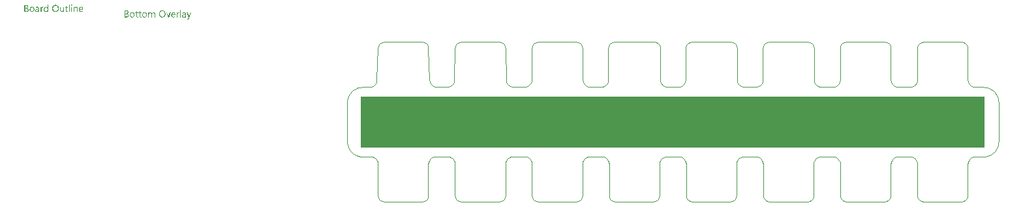
<source format=gbo>
G04*
G04 #@! TF.GenerationSoftware,Altium Limited,Altium Designer,21.9.2 (33)*
G04*
G04 Layer_Color=32896*
%FSLAX42Y42*%
%MOMM*%
G71*
G04*
G04 #@! TF.SameCoordinates,3B3C94B3-70F9-448F-95CB-C861D5BFCF53*
G04*
G04*
G04 #@! TF.FilePolarity,Positive*
G04*
G01*
G75*
%ADD13C,0.10*%
%ADD22R,80.99X6.70*%
G36*
X1100Y4019D02*
X1101Y4019D01*
X1102Y4019D01*
X1103Y4018D01*
X1104Y4018D01*
X1104Y4018D01*
X1104Y4017D01*
X1105Y4017D01*
X1105Y4015D01*
X1105Y4014D01*
X1106Y4013D01*
X1106Y4013D01*
X1106Y4013D01*
X1105Y4012D01*
X1105Y4011D01*
X1105Y4010D01*
X1104Y4009D01*
X1104Y4008D01*
X1103Y4008D01*
X1103Y4008D01*
X1102Y4007D01*
X1101Y4007D01*
X1100Y4007D01*
X1099Y4006D01*
X1098Y4006D01*
X1098Y4007D01*
X1097Y4007D01*
X1096Y4007D01*
X1095Y4008D01*
X1094Y4008D01*
X1094Y4008D01*
X1094Y4008D01*
X1094Y4009D01*
X1093Y4009D01*
X1093Y4011D01*
X1093Y4012D01*
X1092Y4013D01*
X1092Y4013D01*
X1092Y4014D01*
X1093Y4014D01*
X1093Y4015D01*
X1093Y4016D01*
X1094Y4017D01*
X1094Y4018D01*
X1094Y4018D01*
X1095Y4018D01*
X1096Y4019D01*
X1097Y4019D01*
X1098Y4020D01*
X1099Y4020D01*
X1100Y4019D01*
X1100Y4019D02*
G37*
G36*
X795Y3926D02*
X785Y3926D01*
X785Y3937D01*
X785Y3937D01*
X785Y3937D01*
X785Y3937D01*
X784Y3936D01*
X784Y3935D01*
X783Y3934D01*
X782Y3933D01*
X781Y3932D01*
X779Y3931D01*
X778Y3930D01*
X776Y3929D01*
X775Y3928D01*
X773Y3927D01*
X771Y3926D01*
X768Y3925D01*
X766Y3925D01*
X763Y3925D01*
X762Y3925D01*
X761Y3925D01*
X760Y3925D01*
X759Y3925D01*
X756Y3926D01*
X753Y3927D01*
X750Y3929D01*
X748Y3930D01*
X747Y3931D01*
X745Y3932D01*
X744Y3933D01*
X744Y3934D01*
X743Y3934D01*
X743Y3934D01*
X743Y3935D01*
X742Y3936D01*
X741Y3937D01*
X741Y3938D01*
X740Y3940D01*
X739Y3941D01*
X739Y3943D01*
X738Y3945D01*
X738Y3947D01*
X737Y3949D01*
X737Y3952D01*
X737Y3954D01*
X737Y3957D01*
X737Y3957D01*
X737Y3957D01*
X737Y3958D01*
X737Y3959D01*
X737Y3961D01*
X737Y3962D01*
X737Y3964D01*
X738Y3966D01*
X738Y3970D01*
X740Y3974D01*
X741Y3976D01*
X742Y3978D01*
X743Y3980D01*
X744Y3982D01*
X745Y3982D01*
X745Y3983D01*
X745Y3983D01*
X746Y3984D01*
X747Y3984D01*
X748Y3985D01*
X749Y3986D01*
X750Y3987D01*
X753Y3989D01*
X757Y3990D01*
X759Y3991D01*
X761Y3991D01*
X763Y3992D01*
X766Y3992D01*
X767Y3992D01*
X768Y3992D01*
X769Y3991D01*
X770Y3991D01*
X773Y3990D01*
X776Y3989D01*
X778Y3988D01*
X779Y3987D01*
X781Y3986D01*
X782Y3985D01*
X784Y3983D01*
X785Y3981D01*
X785Y3981D01*
X785Y4021D01*
X795Y4021D01*
X795Y3926D01*
X795Y3926D02*
G37*
G36*
X1158Y3992D02*
X1160Y3991D01*
X1162Y3991D01*
X1165Y3990D01*
X1167Y3989D01*
X1170Y3987D01*
X1171Y3986D01*
X1172Y3985D01*
X1172Y3985D01*
X1173Y3984D01*
X1174Y3982D01*
X1175Y3980D01*
X1176Y3977D01*
X1177Y3974D01*
X1177Y3970D01*
X1178Y3965D01*
X1178Y3926D01*
X1167Y3926D01*
X1167Y3963D01*
X1167Y3963D01*
X1167Y3964D01*
X1167Y3965D01*
X1167Y3966D01*
X1167Y3967D01*
X1167Y3969D01*
X1166Y3971D01*
X1165Y3973D01*
X1165Y3975D01*
X1164Y3977D01*
X1162Y3978D01*
X1161Y3980D01*
X1159Y3981D01*
X1157Y3982D01*
X1155Y3983D01*
X1153Y3983D01*
X1152Y3983D01*
X1151Y3983D01*
X1150Y3983D01*
X1148Y3982D01*
X1146Y3982D01*
X1144Y3981D01*
X1142Y3979D01*
X1140Y3977D01*
X1140Y3977D01*
X1139Y3976D01*
X1138Y3975D01*
X1137Y3973D01*
X1136Y3971D01*
X1136Y3969D01*
X1135Y3966D01*
X1135Y3963D01*
X1135Y3926D01*
X1125Y3926D01*
X1125Y3990D01*
X1135Y3990D01*
X1135Y3980D01*
X1135Y3980D01*
X1135Y3980D01*
X1135Y3980D01*
X1136Y3981D01*
X1137Y3981D01*
X1137Y3982D01*
X1138Y3983D01*
X1139Y3984D01*
X1140Y3986D01*
X1142Y3987D01*
X1143Y3988D01*
X1145Y3989D01*
X1147Y3990D01*
X1149Y3991D01*
X1151Y3991D01*
X1154Y3992D01*
X1156Y3992D01*
X1157Y3992D01*
X1158Y3992D01*
X1158Y3992D02*
G37*
G36*
X726Y3991D02*
X728Y3991D01*
X729Y3991D01*
X730Y3990D01*
X730Y3980D01*
X730Y3980D01*
X729Y3980D01*
X729Y3981D01*
X728Y3981D01*
X727Y3981D01*
X725Y3982D01*
X724Y3982D01*
X722Y3982D01*
X722Y3982D01*
X721Y3982D01*
X720Y3982D01*
X718Y3981D01*
X716Y3980D01*
X715Y3979D01*
X713Y3978D01*
X711Y3976D01*
X711Y3975D01*
X710Y3975D01*
X710Y3973D01*
X709Y3971D01*
X708Y3969D01*
X707Y3966D01*
X707Y3963D01*
X707Y3959D01*
X707Y3926D01*
X696Y3926D01*
X696Y3990D01*
X707Y3990D01*
X707Y3977D01*
X707Y3977D01*
X707Y3977D01*
X707Y3977D01*
X707Y3978D01*
X708Y3979D01*
X709Y3981D01*
X710Y3983D01*
X711Y3984D01*
X712Y3986D01*
X714Y3988D01*
X714Y3988D01*
X714Y3988D01*
X715Y3989D01*
X717Y3989D01*
X718Y3990D01*
X720Y3991D01*
X722Y3991D01*
X724Y3991D01*
X725Y3991D01*
X726Y3991D01*
X726Y3991D02*
G37*
G36*
X999Y3926D02*
X989Y3926D01*
X989Y3936D01*
X988Y3936D01*
X988Y3936D01*
X988Y3936D01*
X988Y3935D01*
X987Y3935D01*
X986Y3933D01*
X983Y3931D01*
X982Y3930D01*
X981Y3929D01*
X979Y3928D01*
X977Y3927D01*
X975Y3926D01*
X973Y3925D01*
X971Y3925D01*
X969Y3925D01*
X968Y3925D01*
X967Y3925D01*
X965Y3925D01*
X963Y3926D01*
X961Y3926D01*
X959Y3927D01*
X957Y3928D01*
X955Y3930D01*
X953Y3932D01*
X951Y3934D01*
X949Y3936D01*
X948Y3939D01*
X947Y3943D01*
X946Y3947D01*
X946Y3950D01*
X946Y3952D01*
X946Y3990D01*
X956Y3990D01*
X956Y3954D01*
X956Y3953D01*
X956Y3953D01*
X956Y3952D01*
X956Y3950D01*
X956Y3949D01*
X957Y3947D01*
X957Y3945D01*
X958Y3944D01*
X959Y3942D01*
X960Y3940D01*
X961Y3938D01*
X962Y3937D01*
X964Y3935D01*
X966Y3934D01*
X969Y3934D01*
X971Y3933D01*
X972Y3933D01*
X973Y3934D01*
X974Y3934D01*
X976Y3934D01*
X978Y3935D01*
X980Y3936D01*
X982Y3937D01*
X984Y3939D01*
X984Y3939D01*
X985Y3940D01*
X985Y3941D01*
X986Y3943D01*
X987Y3945D01*
X988Y3947D01*
X988Y3950D01*
X989Y3953D01*
X989Y3990D01*
X999Y3990D01*
X999Y3926D01*
X999Y3926D02*
G37*
G36*
X1104Y3926D02*
X1094Y3926D01*
X1094Y3990D01*
X1104Y3990D01*
X1104Y3926D01*
X1104Y3926D02*
G37*
G36*
X1073Y3926D02*
X1063Y3926D01*
X1063Y4021D01*
X1073Y4021D01*
X1073Y3926D01*
X1073Y3926D02*
G37*
G36*
X657Y3992D02*
X658Y3991D01*
X660Y3991D01*
X662Y3990D01*
X664Y3990D01*
X666Y3989D01*
X668Y3987D01*
X670Y3986D01*
X672Y3984D01*
X674Y3982D01*
X675Y3979D01*
X676Y3976D01*
X677Y3972D01*
X677Y3968D01*
X677Y3926D01*
X667Y3926D01*
X667Y3936D01*
X667Y3936D01*
X667Y3936D01*
X666Y3936D01*
X666Y3935D01*
X665Y3935D01*
X664Y3933D01*
X662Y3931D01*
X659Y3929D01*
X656Y3927D01*
X654Y3926D01*
X652Y3925D01*
X649Y3925D01*
X647Y3925D01*
X646Y3925D01*
X646Y3925D01*
X644Y3925D01*
X642Y3926D01*
X639Y3926D01*
X637Y3927D01*
X634Y3928D01*
X632Y3930D01*
X632Y3930D01*
X631Y3931D01*
X630Y3932D01*
X629Y3933D01*
X629Y3935D01*
X628Y3938D01*
X627Y3940D01*
X627Y3943D01*
X627Y3943D01*
X627Y3944D01*
X627Y3945D01*
X627Y3946D01*
X627Y3947D01*
X628Y3949D01*
X629Y3951D01*
X629Y3953D01*
X631Y3954D01*
X632Y3956D01*
X634Y3958D01*
X636Y3960D01*
X638Y3961D01*
X641Y3962D01*
X644Y3963D01*
X648Y3964D01*
X667Y3967D01*
X667Y3967D01*
X667Y3967D01*
X667Y3968D01*
X667Y3969D01*
X667Y3971D01*
X666Y3972D01*
X665Y3975D01*
X665Y3976D01*
X664Y3978D01*
X663Y3979D01*
X662Y3981D01*
X660Y3982D01*
X658Y3982D01*
X656Y3983D01*
X654Y3983D01*
X653Y3983D01*
X652Y3983D01*
X651Y3983D01*
X650Y3983D01*
X647Y3982D01*
X644Y3981D01*
X640Y3980D01*
X638Y3979D01*
X637Y3978D01*
X635Y3977D01*
X633Y3975D01*
X633Y3986D01*
X633Y3986D01*
X634Y3986D01*
X634Y3986D01*
X635Y3987D01*
X636Y3987D01*
X637Y3988D01*
X638Y3988D01*
X639Y3989D01*
X643Y3990D01*
X646Y3991D01*
X650Y3991D01*
X655Y3992D01*
X656Y3992D01*
X657Y3992D01*
X657Y3992D02*
G37*
G36*
X512Y4016D02*
X513Y4016D01*
X515Y4015D01*
X517Y4015D01*
X520Y4014D01*
X523Y4013D01*
X526Y4012D01*
X529Y4010D01*
X529Y4010D01*
X529Y4010D01*
X530Y4009D01*
X531Y4008D01*
X532Y4006D01*
X533Y4004D01*
X535Y4001D01*
X535Y3999D01*
X536Y3997D01*
X536Y3995D01*
X536Y3995D01*
X536Y3995D01*
X536Y3994D01*
X535Y3993D01*
X535Y3991D01*
X535Y3989D01*
X534Y3986D01*
X533Y3984D01*
X532Y3982D01*
X531Y3982D01*
X531Y3981D01*
X530Y3980D01*
X529Y3979D01*
X527Y3978D01*
X525Y3976D01*
X523Y3975D01*
X520Y3974D01*
X520Y3974D01*
X521Y3974D01*
X521Y3974D01*
X522Y3974D01*
X523Y3973D01*
X525Y3973D01*
X528Y3972D01*
X530Y3971D01*
X532Y3969D01*
X535Y3967D01*
X535Y3967D01*
X535Y3966D01*
X536Y3965D01*
X537Y3963D01*
X538Y3961D01*
X539Y3958D01*
X540Y3955D01*
X540Y3952D01*
X540Y3952D01*
X540Y3952D01*
X540Y3951D01*
X540Y3950D01*
X540Y3949D01*
X540Y3948D01*
X539Y3945D01*
X538Y3942D01*
X537Y3939D01*
X536Y3938D01*
X535Y3936D01*
X533Y3935D01*
X532Y3933D01*
X532Y3933D01*
X531Y3933D01*
X531Y3933D01*
X530Y3932D01*
X529Y3932D01*
X528Y3931D01*
X526Y3930D01*
X523Y3929D01*
X520Y3928D01*
X516Y3927D01*
X513Y3927D01*
X511Y3926D01*
X485Y3926D01*
X485Y4016D01*
X512Y4016D01*
X512Y4016D01*
X512Y4016D02*
G37*
G36*
X1033Y3990D02*
X1049Y3990D01*
X1049Y3981D01*
X1033Y3981D01*
X1033Y3945D01*
X1033Y3945D01*
X1033Y3944D01*
X1033Y3943D01*
X1033Y3942D01*
X1034Y3939D01*
X1034Y3937D01*
X1035Y3936D01*
X1035Y3936D01*
X1036Y3936D01*
X1036Y3936D01*
X1037Y3935D01*
X1038Y3934D01*
X1039Y3934D01*
X1041Y3934D01*
X1042Y3934D01*
X1043Y3934D01*
X1044Y3934D01*
X1045Y3934D01*
X1047Y3935D01*
X1048Y3935D01*
X1049Y3936D01*
X1049Y3927D01*
X1049Y3927D01*
X1048Y3927D01*
X1048Y3926D01*
X1047Y3926D01*
X1045Y3926D01*
X1044Y3925D01*
X1042Y3925D01*
X1040Y3925D01*
X1039Y3925D01*
X1038Y3925D01*
X1037Y3925D01*
X1036Y3926D01*
X1034Y3926D01*
X1033Y3927D01*
X1031Y3928D01*
X1030Y3928D01*
X1028Y3930D01*
X1027Y3931D01*
X1025Y3933D01*
X1024Y3935D01*
X1023Y3938D01*
X1023Y3940D01*
X1023Y3944D01*
X1023Y3981D01*
X1012Y3981D01*
X1012Y3990D01*
X1023Y3990D01*
X1023Y4006D01*
X1033Y4009D01*
X1033Y3990D01*
X1033Y3990D02*
G37*
G36*
X1224Y3992D02*
X1225Y3991D01*
X1226Y3991D01*
X1229Y3991D01*
X1232Y3990D01*
X1235Y3988D01*
X1237Y3987D01*
X1239Y3986D01*
X1240Y3985D01*
X1241Y3983D01*
X1242Y3983D01*
X1242Y3983D01*
X1242Y3983D01*
X1243Y3982D01*
X1243Y3981D01*
X1244Y3980D01*
X1244Y3979D01*
X1245Y3978D01*
X1246Y3976D01*
X1246Y3975D01*
X1247Y3973D01*
X1247Y3971D01*
X1248Y3968D01*
X1248Y3966D01*
X1248Y3964D01*
X1248Y3961D01*
X1248Y3956D01*
X1203Y3956D01*
X1203Y3956D01*
X1203Y3955D01*
X1203Y3955D01*
X1203Y3954D01*
X1204Y3953D01*
X1204Y3952D01*
X1204Y3950D01*
X1205Y3947D01*
X1206Y3944D01*
X1207Y3942D01*
X1209Y3939D01*
X1209Y3939D01*
X1210Y3938D01*
X1211Y3937D01*
X1213Y3936D01*
X1215Y3935D01*
X1218Y3934D01*
X1221Y3934D01*
X1224Y3933D01*
X1225Y3933D01*
X1226Y3934D01*
X1227Y3934D01*
X1228Y3934D01*
X1231Y3934D01*
X1234Y3935D01*
X1237Y3936D01*
X1240Y3938D01*
X1242Y3939D01*
X1244Y3941D01*
X1244Y3931D01*
X1244Y3931D01*
X1243Y3931D01*
X1243Y3931D01*
X1242Y3930D01*
X1241Y3930D01*
X1240Y3929D01*
X1239Y3929D01*
X1238Y3928D01*
X1236Y3927D01*
X1235Y3927D01*
X1231Y3926D01*
X1226Y3925D01*
X1222Y3925D01*
X1220Y3925D01*
X1219Y3925D01*
X1218Y3925D01*
X1217Y3925D01*
X1214Y3926D01*
X1210Y3927D01*
X1207Y3929D01*
X1205Y3930D01*
X1204Y3931D01*
X1202Y3932D01*
X1200Y3934D01*
X1200Y3934D01*
X1200Y3934D01*
X1200Y3935D01*
X1199Y3935D01*
X1199Y3936D01*
X1198Y3937D01*
X1197Y3939D01*
X1197Y3940D01*
X1196Y3942D01*
X1195Y3943D01*
X1194Y3945D01*
X1194Y3948D01*
X1193Y3950D01*
X1193Y3953D01*
X1193Y3955D01*
X1193Y3958D01*
X1193Y3958D01*
X1193Y3959D01*
X1193Y3959D01*
X1193Y3961D01*
X1193Y3962D01*
X1193Y3963D01*
X1193Y3965D01*
X1194Y3967D01*
X1195Y3970D01*
X1196Y3975D01*
X1197Y3977D01*
X1198Y3978D01*
X1200Y3981D01*
X1201Y3982D01*
X1201Y3982D01*
X1201Y3983D01*
X1202Y3983D01*
X1203Y3984D01*
X1203Y3984D01*
X1204Y3985D01*
X1206Y3986D01*
X1207Y3987D01*
X1210Y3989D01*
X1213Y3990D01*
X1215Y3991D01*
X1218Y3991D01*
X1220Y3992D01*
X1222Y3992D01*
X1223Y3992D01*
X1224Y3992D01*
X1224Y3992D02*
G37*
G36*
X893Y4017D02*
X894Y4017D01*
X896Y4017D01*
X898Y4016D01*
X901Y4016D01*
X903Y4015D01*
X905Y4014D01*
X908Y4013D01*
X910Y4012D01*
X913Y4011D01*
X915Y4009D01*
X917Y4007D01*
X920Y4005D01*
X920Y4005D01*
X920Y4004D01*
X921Y4003D01*
X921Y4003D01*
X922Y4001D01*
X923Y4000D01*
X924Y3998D01*
X925Y3996D01*
X926Y3994D01*
X927Y3991D01*
X928Y3989D01*
X929Y3986D01*
X930Y3983D01*
X930Y3979D01*
X931Y3976D01*
X931Y3972D01*
X931Y3972D01*
X931Y3971D01*
X931Y3970D01*
X931Y3969D01*
X931Y3967D01*
X930Y3965D01*
X930Y3962D01*
X929Y3960D01*
X929Y3957D01*
X928Y3954D01*
X927Y3951D01*
X926Y3948D01*
X925Y3945D01*
X923Y3943D01*
X921Y3940D01*
X919Y3938D01*
X919Y3937D01*
X919Y3937D01*
X918Y3936D01*
X917Y3936D01*
X916Y3935D01*
X915Y3934D01*
X913Y3932D01*
X911Y3931D01*
X909Y3930D01*
X907Y3929D01*
X904Y3928D01*
X901Y3927D01*
X898Y3926D01*
X895Y3925D01*
X892Y3925D01*
X888Y3925D01*
X887Y3925D01*
X886Y3925D01*
X885Y3925D01*
X884Y3925D01*
X882Y3926D01*
X880Y3926D01*
X877Y3927D01*
X875Y3927D01*
X872Y3928D01*
X870Y3929D01*
X867Y3930D01*
X865Y3932D01*
X862Y3933D01*
X860Y3935D01*
X858Y3937D01*
X858Y3938D01*
X857Y3938D01*
X857Y3939D01*
X856Y3940D01*
X855Y3941D01*
X854Y3942D01*
X853Y3944D01*
X852Y3946D01*
X851Y3948D01*
X850Y3951D01*
X849Y3953D01*
X848Y3956D01*
X848Y3959D01*
X847Y3963D01*
X847Y3966D01*
X846Y3970D01*
X846Y3970D01*
X846Y3971D01*
X847Y3972D01*
X847Y3974D01*
X847Y3975D01*
X847Y3978D01*
X847Y3980D01*
X848Y3982D01*
X849Y3985D01*
X849Y3988D01*
X850Y3991D01*
X851Y3994D01*
X853Y3996D01*
X854Y3999D01*
X856Y4002D01*
X858Y4004D01*
X858Y4005D01*
X859Y4005D01*
X859Y4006D01*
X860Y4006D01*
X861Y4007D01*
X863Y4008D01*
X865Y4010D01*
X866Y4011D01*
X869Y4012D01*
X871Y4013D01*
X874Y4014D01*
X876Y4015D01*
X879Y4016D01*
X883Y4017D01*
X886Y4017D01*
X890Y4017D01*
X892Y4017D01*
X893Y4017D01*
X893Y4017D02*
G37*
G36*
X587Y3992D02*
X588Y3991D01*
X590Y3991D01*
X593Y3991D01*
X597Y3989D01*
X600Y3988D01*
X602Y3987D01*
X604Y3986D01*
X606Y3984D01*
X607Y3983D01*
X607Y3983D01*
X607Y3982D01*
X608Y3982D01*
X608Y3981D01*
X609Y3980D01*
X610Y3979D01*
X610Y3978D01*
X611Y3977D01*
X612Y3975D01*
X613Y3973D01*
X613Y3971D01*
X614Y3969D01*
X614Y3967D01*
X615Y3964D01*
X615Y3961D01*
X615Y3958D01*
X615Y3958D01*
X615Y3958D01*
X615Y3957D01*
X615Y3956D01*
X615Y3955D01*
X615Y3953D01*
X614Y3952D01*
X614Y3950D01*
X613Y3946D01*
X612Y3942D01*
X611Y3940D01*
X609Y3938D01*
X608Y3936D01*
X607Y3934D01*
X606Y3934D01*
X606Y3934D01*
X606Y3933D01*
X605Y3933D01*
X604Y3932D01*
X603Y3931D01*
X602Y3930D01*
X600Y3930D01*
X599Y3929D01*
X597Y3928D01*
X595Y3927D01*
X593Y3926D01*
X591Y3926D01*
X589Y3925D01*
X586Y3925D01*
X583Y3925D01*
X582Y3925D01*
X581Y3925D01*
X580Y3925D01*
X579Y3925D01*
X577Y3926D01*
X575Y3926D01*
X572Y3927D01*
X568Y3929D01*
X566Y3930D01*
X564Y3931D01*
X563Y3932D01*
X561Y3934D01*
X561Y3934D01*
X560Y3934D01*
X560Y3935D01*
X560Y3935D01*
X559Y3936D01*
X558Y3937D01*
X557Y3939D01*
X557Y3940D01*
X556Y3942D01*
X555Y3944D01*
X554Y3945D01*
X554Y3948D01*
X553Y3952D01*
X553Y3955D01*
X552Y3958D01*
X552Y3958D01*
X552Y3958D01*
X552Y3959D01*
X553Y3960D01*
X553Y3961D01*
X553Y3963D01*
X553Y3965D01*
X554Y3967D01*
X554Y3971D01*
X556Y3975D01*
X557Y3977D01*
X558Y3979D01*
X560Y3981D01*
X561Y3983D01*
X561Y3983D01*
X562Y3983D01*
X562Y3983D01*
X563Y3984D01*
X564Y3985D01*
X565Y3985D01*
X566Y3986D01*
X567Y3987D01*
X569Y3988D01*
X571Y3989D01*
X573Y3990D01*
X575Y3990D01*
X577Y3991D01*
X580Y3991D01*
X582Y3992D01*
X585Y3992D01*
X586Y3992D01*
X587Y3992D01*
X587Y3992D02*
G37*
G36*
X2164Y3920D02*
X2166Y3920D01*
X2167Y3919D01*
X2169Y3919D01*
X2171Y3918D01*
X2173Y3917D01*
X2175Y3916D01*
X2177Y3914D01*
X2179Y3912D01*
X2180Y3909D01*
X2182Y3906D01*
X2183Y3903D01*
X2183Y3899D01*
X2184Y3894D01*
X2184Y3855D01*
X2173Y3855D01*
X2173Y3892D01*
X2173Y3892D01*
X2173Y3892D01*
X2173Y3893D01*
X2173Y3893D01*
X2173Y3895D01*
X2173Y3897D01*
X2173Y3900D01*
X2172Y3903D01*
X2171Y3905D01*
X2170Y3907D01*
X2170Y3907D01*
X2169Y3908D01*
X2169Y3908D01*
X2167Y3909D01*
X2166Y3910D01*
X2164Y3911D01*
X2162Y3911D01*
X2159Y3912D01*
X2159Y3912D01*
X2158Y3911D01*
X2157Y3911D01*
X2155Y3911D01*
X2153Y3910D01*
X2151Y3909D01*
X2150Y3908D01*
X2148Y3906D01*
X2148Y3905D01*
X2147Y3905D01*
X2146Y3903D01*
X2146Y3902D01*
X2145Y3900D01*
X2144Y3897D01*
X2143Y3894D01*
X2143Y3891D01*
X2143Y3855D01*
X2133Y3855D01*
X2133Y3893D01*
X2133Y3893D01*
X2133Y3894D01*
X2133Y3895D01*
X2133Y3896D01*
X2133Y3897D01*
X2132Y3899D01*
X2132Y3900D01*
X2131Y3902D01*
X2131Y3904D01*
X2130Y3906D01*
X2128Y3907D01*
X2127Y3909D01*
X2125Y3910D01*
X2123Y3911D01*
X2121Y3911D01*
X2119Y3912D01*
X2118Y3912D01*
X2118Y3911D01*
X2116Y3911D01*
X2115Y3911D01*
X2113Y3910D01*
X2111Y3909D01*
X2109Y3908D01*
X2107Y3906D01*
X2107Y3906D01*
X2107Y3905D01*
X2106Y3904D01*
X2105Y3902D01*
X2104Y3900D01*
X2104Y3897D01*
X2103Y3895D01*
X2103Y3891D01*
X2103Y3855D01*
X2093Y3855D01*
X2093Y3919D01*
X2103Y3919D01*
X2103Y3909D01*
X2103Y3909D01*
X2104Y3909D01*
X2104Y3909D01*
X2104Y3910D01*
X2105Y3911D01*
X2106Y3912D01*
X2108Y3914D01*
X2111Y3917D01*
X2115Y3918D01*
X2117Y3919D01*
X2119Y3920D01*
X2121Y3920D01*
X2123Y3920D01*
X2124Y3920D01*
X2126Y3920D01*
X2127Y3920D01*
X2129Y3919D01*
X2131Y3919D01*
X2133Y3918D01*
X2135Y3917D01*
X2135Y3917D01*
X2135Y3916D01*
X2136Y3915D01*
X2137Y3914D01*
X2138Y3913D01*
X2139Y3911D01*
X2140Y3909D01*
X2141Y3907D01*
X2141Y3907D01*
X2142Y3908D01*
X2142Y3908D01*
X2143Y3909D01*
X2143Y3910D01*
X2144Y3911D01*
X2145Y3912D01*
X2147Y3914D01*
X2148Y3915D01*
X2150Y3916D01*
X2151Y3917D01*
X2153Y3918D01*
X2155Y3919D01*
X2157Y3920D01*
X2160Y3920D01*
X2162Y3920D01*
X2163Y3920D01*
X2164Y3920D01*
X2164Y3920D02*
G37*
G36*
X2491Y3920D02*
X2493Y3920D01*
X2494Y3919D01*
X2495Y3919D01*
X2495Y3908D01*
X2495Y3909D01*
X2495Y3909D01*
X2494Y3909D01*
X2493Y3910D01*
X2492Y3910D01*
X2491Y3910D01*
X2489Y3910D01*
X2487Y3911D01*
X2487Y3911D01*
X2486Y3910D01*
X2485Y3910D01*
X2484Y3910D01*
X2482Y3909D01*
X2480Y3908D01*
X2478Y3906D01*
X2476Y3904D01*
X2476Y3904D01*
X2476Y3903D01*
X2475Y3902D01*
X2474Y3900D01*
X2473Y3897D01*
X2473Y3894D01*
X2472Y3891D01*
X2472Y3887D01*
X2472Y3855D01*
X2462Y3855D01*
X2462Y3919D01*
X2472Y3919D01*
X2472Y3906D01*
X2472Y3906D01*
X2472Y3906D01*
X2473Y3906D01*
X2473Y3907D01*
X2473Y3908D01*
X2474Y3910D01*
X2475Y3911D01*
X2476Y3913D01*
X2477Y3915D01*
X2479Y3916D01*
X2479Y3916D01*
X2480Y3917D01*
X2481Y3917D01*
X2482Y3918D01*
X2483Y3919D01*
X2485Y3919D01*
X2487Y3920D01*
X2489Y3920D01*
X2490Y3920D01*
X2491Y3920D01*
X2491Y3920D02*
G37*
G36*
X2624Y3845D02*
X2623Y3845D01*
X2623Y3844D01*
X2623Y3843D01*
X2622Y3842D01*
X2621Y3840D01*
X2620Y3839D01*
X2619Y3837D01*
X2618Y3835D01*
X2616Y3833D01*
X2615Y3831D01*
X2613Y3830D01*
X2611Y3828D01*
X2609Y3827D01*
X2607Y3826D01*
X2604Y3825D01*
X2601Y3825D01*
X2600Y3825D01*
X2599Y3825D01*
X2597Y3825D01*
X2595Y3826D01*
X2595Y3835D01*
X2595Y3835D01*
X2595Y3835D01*
X2596Y3835D01*
X2597Y3835D01*
X2599Y3834D01*
X2601Y3834D01*
X2601Y3834D01*
X2602Y3834D01*
X2604Y3834D01*
X2605Y3835D01*
X2607Y3836D01*
X2608Y3837D01*
X2609Y3838D01*
X2610Y3839D01*
X2611Y3840D01*
X2612Y3842D01*
X2612Y3843D01*
X2618Y3855D01*
X2593Y3919D01*
X2604Y3919D01*
X2621Y3870D01*
X2621Y3869D01*
X2621Y3869D01*
X2622Y3869D01*
X2622Y3868D01*
X2622Y3867D01*
X2622Y3866D01*
X2623Y3865D01*
X2623Y3865D01*
X2623Y3865D01*
X2623Y3866D01*
X2624Y3867D01*
X2624Y3869D01*
X2642Y3919D01*
X2653Y3919D01*
X2624Y3845D01*
X2624Y3845D02*
G37*
G36*
X2359Y3855D02*
X2349Y3855D01*
X2324Y3919D01*
X2336Y3919D01*
X2352Y3872D01*
X2352Y3872D01*
X2352Y3872D01*
X2353Y3871D01*
X2353Y3869D01*
X2353Y3868D01*
X2354Y3867D01*
X2354Y3864D01*
X2354Y3864D01*
X2354Y3864D01*
X2354Y3864D01*
X2355Y3865D01*
X2355Y3866D01*
X2355Y3868D01*
X2355Y3869D01*
X2356Y3872D01*
X2373Y3919D01*
X2384Y3919D01*
X2359Y3855D01*
X2359Y3855D02*
G37*
G36*
X2562Y3920D02*
X2564Y3920D01*
X2566Y3919D01*
X2568Y3919D01*
X2570Y3918D01*
X2572Y3917D01*
X2574Y3916D01*
X2576Y3914D01*
X2578Y3913D01*
X2579Y3910D01*
X2581Y3908D01*
X2582Y3904D01*
X2583Y3901D01*
X2583Y3897D01*
X2583Y3855D01*
X2573Y3855D01*
X2573Y3865D01*
X2572Y3865D01*
X2572Y3865D01*
X2572Y3864D01*
X2572Y3864D01*
X2571Y3863D01*
X2570Y3861D01*
X2568Y3859D01*
X2565Y3857D01*
X2561Y3855D01*
X2559Y3855D01*
X2557Y3854D01*
X2555Y3854D01*
X2553Y3854D01*
X2552Y3854D01*
X2551Y3854D01*
X2549Y3854D01*
X2547Y3854D01*
X2545Y3855D01*
X2543Y3856D01*
X2540Y3857D01*
X2538Y3858D01*
X2538Y3859D01*
X2537Y3859D01*
X2536Y3861D01*
X2535Y3862D01*
X2534Y3864D01*
X2533Y3866D01*
X2533Y3869D01*
X2532Y3872D01*
X2532Y3872D01*
X2532Y3873D01*
X2533Y3874D01*
X2533Y3875D01*
X2533Y3876D01*
X2534Y3878D01*
X2534Y3879D01*
X2535Y3881D01*
X2536Y3883D01*
X2538Y3885D01*
X2539Y3887D01*
X2541Y3888D01*
X2544Y3890D01*
X2547Y3891D01*
X2550Y3892D01*
X2554Y3893D01*
X2573Y3895D01*
X2573Y3896D01*
X2573Y3896D01*
X2573Y3897D01*
X2573Y3898D01*
X2572Y3899D01*
X2572Y3901D01*
X2571Y3904D01*
X2570Y3905D01*
X2570Y3906D01*
X2568Y3908D01*
X2567Y3909D01*
X2566Y3910D01*
X2564Y3911D01*
X2562Y3911D01*
X2559Y3912D01*
X2558Y3912D01*
X2558Y3911D01*
X2557Y3911D01*
X2555Y3911D01*
X2553Y3911D01*
X2549Y3910D01*
X2546Y3908D01*
X2544Y3907D01*
X2542Y3906D01*
X2540Y3905D01*
X2539Y3904D01*
X2539Y3914D01*
X2539Y3914D01*
X2539Y3915D01*
X2540Y3915D01*
X2540Y3915D01*
X2541Y3916D01*
X2542Y3916D01*
X2544Y3917D01*
X2545Y3917D01*
X2548Y3918D01*
X2552Y3919D01*
X2556Y3920D01*
X2560Y3920D01*
X2561Y3920D01*
X2562Y3920D01*
X2562Y3920D02*
G37*
G36*
X2516Y3855D02*
X2506Y3855D01*
X2506Y3950D01*
X2516Y3950D01*
X2516Y3855D01*
X2516Y3855D02*
G37*
G36*
X1812Y3944D02*
X1813Y3944D01*
X1815Y3944D01*
X1817Y3944D01*
X1820Y3943D01*
X1823Y3942D01*
X1826Y3941D01*
X1829Y3939D01*
X1829Y3939D01*
X1829Y3938D01*
X1830Y3938D01*
X1831Y3936D01*
X1832Y3935D01*
X1833Y3933D01*
X1835Y3930D01*
X1835Y3927D01*
X1836Y3926D01*
X1836Y3924D01*
X1836Y3924D01*
X1836Y3924D01*
X1836Y3923D01*
X1835Y3921D01*
X1835Y3919D01*
X1835Y3917D01*
X1834Y3915D01*
X1833Y3913D01*
X1832Y3911D01*
X1831Y3910D01*
X1831Y3910D01*
X1830Y3909D01*
X1829Y3908D01*
X1827Y3906D01*
X1825Y3905D01*
X1823Y3904D01*
X1820Y3903D01*
X1820Y3903D01*
X1821Y3903D01*
X1821Y3902D01*
X1822Y3902D01*
X1823Y3902D01*
X1825Y3901D01*
X1828Y3900D01*
X1830Y3899D01*
X1832Y3898D01*
X1835Y3896D01*
X1835Y3895D01*
X1835Y3894D01*
X1836Y3893D01*
X1837Y3892D01*
X1838Y3889D01*
X1839Y3887D01*
X1840Y3884D01*
X1840Y3881D01*
X1840Y3881D01*
X1840Y3880D01*
X1840Y3880D01*
X1840Y3879D01*
X1840Y3878D01*
X1840Y3877D01*
X1839Y3874D01*
X1838Y3871D01*
X1837Y3868D01*
X1836Y3867D01*
X1835Y3865D01*
X1833Y3864D01*
X1832Y3862D01*
X1832Y3862D01*
X1831Y3862D01*
X1831Y3861D01*
X1830Y3861D01*
X1829Y3861D01*
X1828Y3860D01*
X1826Y3859D01*
X1823Y3857D01*
X1820Y3856D01*
X1816Y3855D01*
X1813Y3855D01*
X1811Y3855D01*
X1785Y3855D01*
X1785Y3944D01*
X1812Y3944D01*
X1812Y3944D01*
X1812Y3944D02*
G37*
G36*
X1988Y3919D02*
X2004Y3919D01*
X2004Y3910D01*
X1988Y3910D01*
X1988Y3874D01*
X1988Y3874D01*
X1988Y3873D01*
X1988Y3872D01*
X1989Y3870D01*
X1989Y3867D01*
X1990Y3866D01*
X1990Y3865D01*
X1991Y3865D01*
X1991Y3864D01*
X1991Y3864D01*
X1992Y3864D01*
X1993Y3863D01*
X1994Y3863D01*
X1996Y3862D01*
X1998Y3862D01*
X1998Y3862D01*
X1999Y3862D01*
X2000Y3863D01*
X2002Y3863D01*
X2003Y3864D01*
X2004Y3864D01*
X2004Y3856D01*
X2004Y3856D01*
X2004Y3855D01*
X2003Y3855D01*
X2002Y3855D01*
X2001Y3854D01*
X1999Y3854D01*
X1997Y3854D01*
X1995Y3854D01*
X1994Y3854D01*
X1993Y3854D01*
X1992Y3854D01*
X1991Y3854D01*
X1990Y3855D01*
X1988Y3855D01*
X1987Y3856D01*
X1985Y3857D01*
X1983Y3858D01*
X1982Y3860D01*
X1981Y3862D01*
X1980Y3864D01*
X1979Y3866D01*
X1978Y3869D01*
X1978Y3872D01*
X1978Y3910D01*
X1967Y3910D01*
X1967Y3919D01*
X1978Y3919D01*
X1978Y3934D01*
X1988Y3938D01*
X1988Y3919D01*
X1988Y3919D02*
G37*
G36*
X1945Y3919D02*
X1961Y3919D01*
X1961Y3910D01*
X1945Y3910D01*
X1945Y3874D01*
X1945Y3874D01*
X1945Y3873D01*
X1945Y3872D01*
X1945Y3870D01*
X1946Y3867D01*
X1946Y3866D01*
X1947Y3865D01*
X1947Y3865D01*
X1948Y3864D01*
X1948Y3864D01*
X1949Y3864D01*
X1950Y3863D01*
X1951Y3863D01*
X1953Y3862D01*
X1954Y3862D01*
X1955Y3862D01*
X1956Y3862D01*
X1957Y3863D01*
X1959Y3863D01*
X1960Y3864D01*
X1961Y3864D01*
X1961Y3856D01*
X1961Y3856D01*
X1961Y3855D01*
X1960Y3855D01*
X1959Y3855D01*
X1957Y3854D01*
X1956Y3854D01*
X1954Y3854D01*
X1952Y3854D01*
X1951Y3854D01*
X1950Y3854D01*
X1949Y3854D01*
X1948Y3854D01*
X1946Y3855D01*
X1945Y3855D01*
X1943Y3856D01*
X1942Y3857D01*
X1940Y3858D01*
X1939Y3860D01*
X1938Y3862D01*
X1936Y3864D01*
X1936Y3866D01*
X1935Y3869D01*
X1935Y3872D01*
X1935Y3910D01*
X1924Y3910D01*
X1924Y3919D01*
X1935Y3919D01*
X1935Y3934D01*
X1945Y3938D01*
X1945Y3919D01*
X1945Y3919D02*
G37*
G36*
X2422Y3920D02*
X2423Y3920D01*
X2424Y3920D01*
X2427Y3919D01*
X2430Y3918D01*
X2434Y3917D01*
X2435Y3916D01*
X2437Y3915D01*
X2438Y3914D01*
X2440Y3912D01*
X2440Y3912D01*
X2440Y3912D01*
X2440Y3911D01*
X2441Y3911D01*
X2441Y3910D01*
X2442Y3909D01*
X2442Y3908D01*
X2443Y3906D01*
X2444Y3905D01*
X2444Y3903D01*
X2445Y3901D01*
X2445Y3899D01*
X2446Y3897D01*
X2446Y3895D01*
X2446Y3892D01*
X2446Y3890D01*
X2446Y3884D01*
X2401Y3884D01*
X2401Y3884D01*
X2401Y3884D01*
X2401Y3883D01*
X2401Y3883D01*
X2402Y3882D01*
X2402Y3881D01*
X2402Y3878D01*
X2403Y3876D01*
X2404Y3873D01*
X2405Y3870D01*
X2407Y3868D01*
X2407Y3867D01*
X2408Y3867D01*
X2409Y3866D01*
X2411Y3865D01*
X2413Y3864D01*
X2416Y3863D01*
X2419Y3862D01*
X2422Y3862D01*
X2423Y3862D01*
X2424Y3862D01*
X2425Y3862D01*
X2426Y3862D01*
X2429Y3863D01*
X2432Y3864D01*
X2435Y3865D01*
X2438Y3867D01*
X2440Y3868D01*
X2442Y3869D01*
X2442Y3860D01*
X2442Y3860D01*
X2442Y3859D01*
X2441Y3859D01*
X2440Y3859D01*
X2440Y3858D01*
X2439Y3858D01*
X2437Y3857D01*
X2436Y3857D01*
X2434Y3856D01*
X2433Y3856D01*
X2429Y3855D01*
X2425Y3854D01*
X2420Y3854D01*
X2418Y3854D01*
X2418Y3854D01*
X2416Y3854D01*
X2415Y3854D01*
X2412Y3855D01*
X2409Y3856D01*
X2405Y3857D01*
X2403Y3858D01*
X2402Y3859D01*
X2400Y3861D01*
X2398Y3862D01*
X2398Y3862D01*
X2398Y3863D01*
X2398Y3863D01*
X2397Y3864D01*
X2397Y3865D01*
X2396Y3866D01*
X2395Y3867D01*
X2395Y3869D01*
X2394Y3870D01*
X2393Y3872D01*
X2393Y3874D01*
X2392Y3876D01*
X2392Y3879D01*
X2391Y3881D01*
X2391Y3884D01*
X2391Y3887D01*
X2391Y3887D01*
X2391Y3887D01*
X2391Y3888D01*
X2391Y3889D01*
X2391Y3890D01*
X2391Y3892D01*
X2391Y3894D01*
X2392Y3895D01*
X2393Y3899D01*
X2394Y3903D01*
X2395Y3905D01*
X2396Y3907D01*
X2398Y3909D01*
X2399Y3911D01*
X2399Y3911D01*
X2400Y3911D01*
X2400Y3912D01*
X2401Y3912D01*
X2401Y3913D01*
X2402Y3914D01*
X2404Y3915D01*
X2405Y3916D01*
X2408Y3917D01*
X2412Y3919D01*
X2414Y3919D01*
X2416Y3920D01*
X2418Y3920D01*
X2420Y3920D01*
X2421Y3920D01*
X2422Y3920D01*
X2422Y3920D02*
G37*
G36*
X2280Y3946D02*
X2281Y3946D01*
X2283Y3945D01*
X2285Y3945D01*
X2287Y3944D01*
X2290Y3944D01*
X2292Y3943D01*
X2294Y3942D01*
X2297Y3941D01*
X2299Y3939D01*
X2302Y3937D01*
X2304Y3936D01*
X2306Y3933D01*
X2307Y3933D01*
X2307Y3933D01*
X2307Y3932D01*
X2308Y3931D01*
X2309Y3930D01*
X2310Y3928D01*
X2311Y3927D01*
X2312Y3925D01*
X2313Y3922D01*
X2314Y3920D01*
X2315Y3917D01*
X2316Y3914D01*
X2317Y3911D01*
X2317Y3908D01*
X2318Y3904D01*
X2318Y3901D01*
X2318Y3900D01*
X2318Y3900D01*
X2318Y3899D01*
X2318Y3897D01*
X2317Y3895D01*
X2317Y3893D01*
X2317Y3891D01*
X2316Y3888D01*
X2316Y3886D01*
X2315Y3883D01*
X2314Y3880D01*
X2313Y3877D01*
X2311Y3874D01*
X2310Y3871D01*
X2308Y3869D01*
X2306Y3866D01*
X2306Y3866D01*
X2306Y3866D01*
X2305Y3865D01*
X2304Y3864D01*
X2303Y3863D01*
X2301Y3862D01*
X2300Y3861D01*
X2298Y3860D01*
X2296Y3859D01*
X2293Y3858D01*
X2291Y3857D01*
X2288Y3856D01*
X2285Y3855D01*
X2282Y3854D01*
X2279Y3854D01*
X2275Y3854D01*
X2274Y3854D01*
X2273Y3854D01*
X2272Y3854D01*
X2270Y3854D01*
X2268Y3854D01*
X2266Y3855D01*
X2264Y3855D01*
X2262Y3856D01*
X2259Y3857D01*
X2257Y3858D01*
X2254Y3859D01*
X2252Y3860D01*
X2249Y3862D01*
X2247Y3864D01*
X2245Y3866D01*
X2244Y3866D01*
X2244Y3867D01*
X2243Y3867D01*
X2243Y3868D01*
X2242Y3869D01*
X2241Y3871D01*
X2240Y3873D01*
X2239Y3875D01*
X2238Y3877D01*
X2237Y3879D01*
X2236Y3882D01*
X2235Y3885D01*
X2234Y3888D01*
X2234Y3891D01*
X2233Y3895D01*
X2233Y3899D01*
X2233Y3899D01*
X2233Y3900D01*
X2233Y3901D01*
X2233Y3902D01*
X2234Y3904D01*
X2234Y3906D01*
X2234Y3908D01*
X2235Y3911D01*
X2235Y3914D01*
X2236Y3917D01*
X2237Y3919D01*
X2238Y3922D01*
X2240Y3925D01*
X2241Y3928D01*
X2243Y3931D01*
X2245Y3933D01*
X2245Y3933D01*
X2245Y3934D01*
X2246Y3934D01*
X2247Y3935D01*
X2248Y3936D01*
X2250Y3937D01*
X2251Y3938D01*
X2253Y3939D01*
X2255Y3941D01*
X2258Y3942D01*
X2260Y3943D01*
X2263Y3944D01*
X2266Y3945D01*
X2270Y3945D01*
X2273Y3946D01*
X2277Y3946D01*
X2278Y3946D01*
X2280Y3946D01*
X2280Y3946D02*
G37*
G36*
X2049Y3920D02*
X2050Y3920D01*
X2051Y3920D01*
X2054Y3919D01*
X2058Y3918D01*
X2062Y3917D01*
X2063Y3916D01*
X2065Y3914D01*
X2067Y3913D01*
X2068Y3911D01*
X2069Y3911D01*
X2069Y3911D01*
X2069Y3911D01*
X2070Y3910D01*
X2070Y3909D01*
X2071Y3908D01*
X2072Y3907D01*
X2073Y3905D01*
X2073Y3903D01*
X2074Y3902D01*
X2075Y3900D01*
X2075Y3897D01*
X2076Y3895D01*
X2076Y3893D01*
X2076Y3890D01*
X2076Y3887D01*
X2076Y3887D01*
X2076Y3886D01*
X2076Y3886D01*
X2076Y3885D01*
X2076Y3883D01*
X2076Y3882D01*
X2076Y3880D01*
X2075Y3878D01*
X2074Y3875D01*
X2073Y3870D01*
X2072Y3868D01*
X2071Y3866D01*
X2069Y3864D01*
X2068Y3863D01*
X2068Y3863D01*
X2067Y3862D01*
X2067Y3862D01*
X2066Y3861D01*
X2065Y3861D01*
X2064Y3860D01*
X2063Y3859D01*
X2062Y3858D01*
X2060Y3857D01*
X2058Y3856D01*
X2057Y3856D01*
X2054Y3855D01*
X2052Y3854D01*
X2050Y3854D01*
X2047Y3854D01*
X2045Y3854D01*
X2043Y3854D01*
X2042Y3854D01*
X2041Y3854D01*
X2040Y3854D01*
X2038Y3854D01*
X2037Y3855D01*
X2033Y3856D01*
X2029Y3857D01*
X2027Y3858D01*
X2026Y3860D01*
X2024Y3861D01*
X2022Y3862D01*
X2022Y3863D01*
X2022Y3863D01*
X2021Y3863D01*
X2021Y3864D01*
X2020Y3865D01*
X2019Y3866D01*
X2019Y3867D01*
X2018Y3869D01*
X2017Y3870D01*
X2016Y3872D01*
X2016Y3874D01*
X2015Y3876D01*
X2014Y3881D01*
X2014Y3883D01*
X2014Y3886D01*
X2014Y3886D01*
X2014Y3887D01*
X2014Y3888D01*
X2014Y3889D01*
X2014Y3890D01*
X2014Y3892D01*
X2015Y3893D01*
X2015Y3895D01*
X2016Y3899D01*
X2017Y3903D01*
X2018Y3906D01*
X2020Y3908D01*
X2021Y3909D01*
X2022Y3911D01*
X2023Y3911D01*
X2023Y3912D01*
X2023Y3912D01*
X2024Y3913D01*
X2025Y3913D01*
X2026Y3914D01*
X2027Y3915D01*
X2029Y3916D01*
X2030Y3917D01*
X2032Y3917D01*
X2034Y3918D01*
X2036Y3919D01*
X2038Y3919D01*
X2041Y3920D01*
X2044Y3920D01*
X2046Y3920D01*
X2048Y3920D01*
X2049Y3920D01*
X2049Y3920D02*
G37*
G36*
X1887Y3920D02*
X1888Y3920D01*
X1890Y3920D01*
X1893Y3919D01*
X1897Y3918D01*
X1900Y3917D01*
X1902Y3916D01*
X1904Y3914D01*
X1906Y3913D01*
X1907Y3911D01*
X1907Y3911D01*
X1907Y3911D01*
X1908Y3911D01*
X1908Y3910D01*
X1909Y3909D01*
X1910Y3908D01*
X1910Y3907D01*
X1911Y3905D01*
X1912Y3903D01*
X1913Y3902D01*
X1913Y3900D01*
X1914Y3897D01*
X1914Y3895D01*
X1915Y3893D01*
X1915Y3890D01*
X1915Y3887D01*
X1915Y3887D01*
X1915Y3886D01*
X1915Y3886D01*
X1915Y3885D01*
X1915Y3883D01*
X1915Y3882D01*
X1914Y3880D01*
X1914Y3878D01*
X1913Y3875D01*
X1912Y3870D01*
X1911Y3868D01*
X1909Y3866D01*
X1908Y3864D01*
X1907Y3863D01*
X1906Y3863D01*
X1906Y3862D01*
X1906Y3862D01*
X1905Y3861D01*
X1904Y3861D01*
X1903Y3860D01*
X1902Y3859D01*
X1900Y3858D01*
X1899Y3857D01*
X1897Y3856D01*
X1895Y3856D01*
X1893Y3855D01*
X1891Y3854D01*
X1889Y3854D01*
X1886Y3854D01*
X1883Y3854D01*
X1882Y3854D01*
X1881Y3854D01*
X1880Y3854D01*
X1879Y3854D01*
X1877Y3854D01*
X1875Y3855D01*
X1872Y3856D01*
X1868Y3857D01*
X1866Y3858D01*
X1864Y3860D01*
X1863Y3861D01*
X1861Y3862D01*
X1861Y3863D01*
X1860Y3863D01*
X1860Y3863D01*
X1860Y3864D01*
X1859Y3865D01*
X1858Y3866D01*
X1857Y3867D01*
X1857Y3869D01*
X1856Y3870D01*
X1855Y3872D01*
X1854Y3874D01*
X1854Y3876D01*
X1853Y3881D01*
X1853Y3883D01*
X1852Y3886D01*
X1852Y3886D01*
X1852Y3887D01*
X1852Y3888D01*
X1853Y3889D01*
X1853Y3890D01*
X1853Y3892D01*
X1853Y3893D01*
X1854Y3895D01*
X1854Y3899D01*
X1856Y3903D01*
X1857Y3906D01*
X1858Y3908D01*
X1860Y3909D01*
X1861Y3911D01*
X1861Y3911D01*
X1862Y3912D01*
X1862Y3912D01*
X1863Y3913D01*
X1864Y3913D01*
X1865Y3914D01*
X1866Y3915D01*
X1867Y3916D01*
X1869Y3917D01*
X1871Y3917D01*
X1873Y3918D01*
X1875Y3919D01*
X1877Y3919D01*
X1880Y3920D01*
X1882Y3920D01*
X1885Y3920D01*
X1886Y3920D01*
X1887Y3920D01*
X1887Y3920D02*
G37*
%LPC*%
G36*
X767Y3983D02*
X766Y3983D01*
X765Y3983D01*
X764Y3983D01*
X762Y3982D01*
X759Y3981D01*
X757Y3980D01*
X754Y3978D01*
X753Y3977D01*
X752Y3976D01*
X752Y3976D01*
X751Y3975D01*
X751Y3973D01*
X750Y3971D01*
X749Y3969D01*
X748Y3965D01*
X747Y3961D01*
X747Y3957D01*
X747Y3957D01*
X747Y3957D01*
X747Y3956D01*
X747Y3955D01*
X747Y3955D01*
X747Y3953D01*
X748Y3951D01*
X748Y3948D01*
X749Y3945D01*
X750Y3942D01*
X752Y3940D01*
X752Y3939D01*
X753Y3939D01*
X754Y3938D01*
X756Y3937D01*
X758Y3936D01*
X760Y3934D01*
X763Y3934D01*
X766Y3933D01*
X767Y3933D01*
X767Y3934D01*
X769Y3934D01*
X771Y3934D01*
X773Y3935D01*
X775Y3936D01*
X778Y3938D01*
X780Y3940D01*
X780Y3940D01*
X781Y3941D01*
X782Y3942D01*
X782Y3944D01*
X783Y3946D01*
X784Y3949D01*
X785Y3952D01*
X785Y3955D01*
X785Y3965D01*
X785Y3965D01*
X785Y3965D01*
X785Y3966D01*
X785Y3967D01*
X785Y3969D01*
X784Y3971D01*
X783Y3973D01*
X782Y3976D01*
X780Y3978D01*
X780Y3978D01*
X779Y3978D01*
X778Y3979D01*
X776Y3980D01*
X775Y3981D01*
X772Y3982D01*
X770Y3983D01*
X767Y3983D01*
X767Y3983D02*
G37*
G36*
X667Y3959D02*
X652Y3956D01*
X651Y3956D01*
X651Y3956D01*
X649Y3956D01*
X648Y3956D01*
X646Y3955D01*
X644Y3955D01*
X643Y3954D01*
X641Y3953D01*
X641Y3953D01*
X640Y3953D01*
X640Y3952D01*
X639Y3951D01*
X638Y3950D01*
X638Y3948D01*
X638Y3946D01*
X637Y3944D01*
X637Y3944D01*
X637Y3943D01*
X638Y3942D01*
X638Y3941D01*
X638Y3940D01*
X639Y3939D01*
X640Y3938D01*
X641Y3936D01*
X641Y3936D01*
X641Y3936D01*
X642Y3935D01*
X643Y3935D01*
X644Y3934D01*
X646Y3934D01*
X648Y3934D01*
X650Y3933D01*
X650Y3933D01*
X651Y3934D01*
X652Y3934D01*
X654Y3934D01*
X656Y3935D01*
X658Y3936D01*
X660Y3937D01*
X662Y3939D01*
X662Y3939D01*
X663Y3940D01*
X664Y3941D01*
X665Y3942D01*
X665Y3944D01*
X666Y3947D01*
X667Y3949D01*
X667Y3952D01*
X667Y3959D01*
X667Y3959D02*
G37*
G36*
X507Y4006D02*
X496Y4006D01*
X496Y3977D01*
X508Y3977D01*
X509Y3978D01*
X511Y3978D01*
X513Y3978D01*
X516Y3979D01*
X518Y3980D01*
X520Y3981D01*
X520Y3982D01*
X521Y3982D01*
X521Y3983D01*
X522Y3985D01*
X523Y3986D01*
X524Y3988D01*
X524Y3991D01*
X525Y3993D01*
X525Y3993D01*
X525Y3994D01*
X524Y3994D01*
X524Y3995D01*
X524Y3997D01*
X523Y3999D01*
X522Y4000D01*
X522Y4001D01*
X520Y4002D01*
X519Y4003D01*
X517Y4004D01*
X516Y4005D01*
X513Y4006D01*
X510Y4006D01*
X507Y4006D01*
X507Y4006D02*
G37*
G36*
X507Y3968D02*
X496Y3968D01*
X496Y3936D01*
X511Y3936D01*
X513Y3936D01*
X515Y3936D01*
X517Y3937D01*
X520Y3938D01*
X522Y3939D01*
X524Y3940D01*
X524Y3940D01*
X525Y3941D01*
X526Y3942D01*
X527Y3943D01*
X527Y3945D01*
X528Y3947D01*
X529Y3950D01*
X529Y3952D01*
X529Y3952D01*
X529Y3953D01*
X529Y3954D01*
X529Y3955D01*
X528Y3956D01*
X528Y3957D01*
X527Y3959D01*
X526Y3960D01*
X525Y3961D01*
X524Y3963D01*
X522Y3964D01*
X520Y3965D01*
X518Y3967D01*
X515Y3967D01*
X511Y3968D01*
X507Y3968D01*
X507Y3968D02*
G37*
G36*
X1222Y3983D02*
X1221Y3983D01*
X1219Y3983D01*
X1218Y3982D01*
X1216Y3982D01*
X1214Y3981D01*
X1212Y3980D01*
X1209Y3978D01*
X1209Y3978D01*
X1209Y3977D01*
X1208Y3976D01*
X1207Y3974D01*
X1206Y3972D01*
X1205Y3970D01*
X1204Y3967D01*
X1203Y3964D01*
X1238Y3964D01*
X1238Y3964D01*
X1238Y3965D01*
X1238Y3965D01*
X1238Y3966D01*
X1238Y3967D01*
X1237Y3969D01*
X1237Y3972D01*
X1236Y3974D01*
X1235Y3976D01*
X1234Y3978D01*
X1233Y3978D01*
X1233Y3979D01*
X1232Y3980D01*
X1231Y3981D01*
X1229Y3981D01*
X1227Y3982D01*
X1225Y3983D01*
X1222Y3983D01*
X1222Y3983D02*
G37*
G36*
X889Y4008D02*
X888Y4008D01*
X887Y4008D01*
X885Y4007D01*
X884Y4007D01*
X883Y4007D01*
X881Y4006D01*
X877Y4005D01*
X875Y4004D01*
X873Y4003D01*
X871Y4002D01*
X870Y4001D01*
X868Y3999D01*
X866Y3997D01*
X866Y3997D01*
X866Y3997D01*
X865Y3996D01*
X865Y3996D01*
X864Y3995D01*
X863Y3993D01*
X863Y3992D01*
X862Y3990D01*
X861Y3989D01*
X860Y3987D01*
X860Y3984D01*
X859Y3982D01*
X858Y3980D01*
X858Y3977D01*
X858Y3974D01*
X857Y3971D01*
X857Y3971D01*
X857Y3970D01*
X857Y3969D01*
X858Y3968D01*
X858Y3967D01*
X858Y3965D01*
X858Y3963D01*
X859Y3961D01*
X860Y3957D01*
X861Y3953D01*
X862Y3950D01*
X863Y3948D01*
X865Y3946D01*
X866Y3944D01*
X866Y3944D01*
X866Y3944D01*
X867Y3943D01*
X868Y3943D01*
X868Y3942D01*
X869Y3941D01*
X871Y3940D01*
X872Y3939D01*
X874Y3938D01*
X875Y3937D01*
X879Y3936D01*
X881Y3935D01*
X883Y3935D01*
X886Y3934D01*
X888Y3934D01*
X890Y3934D01*
X891Y3934D01*
X892Y3935D01*
X893Y3935D01*
X895Y3935D01*
X897Y3936D01*
X900Y3937D01*
X902Y3937D01*
X904Y3938D01*
X906Y3939D01*
X908Y3941D01*
X910Y3942D01*
X912Y3944D01*
X912Y3944D01*
X912Y3944D01*
X912Y3945D01*
X913Y3946D01*
X914Y3947D01*
X914Y3948D01*
X915Y3949D01*
X916Y3951D01*
X917Y3953D01*
X917Y3955D01*
X918Y3957D01*
X919Y3959D01*
X919Y3962D01*
X920Y3965D01*
X920Y3968D01*
X920Y3971D01*
X920Y3971D01*
X920Y3972D01*
X920Y3972D01*
X920Y3974D01*
X920Y3975D01*
X920Y3977D01*
X919Y3979D01*
X919Y3981D01*
X918Y3985D01*
X917Y3990D01*
X916Y3992D01*
X915Y3994D01*
X913Y3996D01*
X912Y3998D01*
X912Y3998D01*
X911Y3998D01*
X911Y3999D01*
X910Y4000D01*
X909Y4000D01*
X908Y4001D01*
X907Y4002D01*
X906Y4003D01*
X904Y4004D01*
X903Y4005D01*
X901Y4006D01*
X899Y4006D01*
X896Y4007D01*
X894Y4007D01*
X892Y4008D01*
X889Y4008D01*
X889Y4008D02*
G37*
G36*
X584Y3983D02*
X583Y3983D01*
X583Y3983D01*
X581Y3983D01*
X579Y3982D01*
X576Y3981D01*
X573Y3980D01*
X571Y3978D01*
X570Y3978D01*
X568Y3976D01*
X568Y3976D01*
X568Y3975D01*
X567Y3974D01*
X566Y3972D01*
X565Y3969D01*
X564Y3966D01*
X563Y3962D01*
X563Y3958D01*
X563Y3958D01*
X563Y3957D01*
X563Y3957D01*
X563Y3956D01*
X563Y3955D01*
X563Y3954D01*
X564Y3951D01*
X564Y3949D01*
X565Y3946D01*
X567Y3943D01*
X569Y3940D01*
X569Y3940D01*
X570Y3939D01*
X571Y3938D01*
X573Y3937D01*
X575Y3936D01*
X578Y3934D01*
X581Y3934D01*
X584Y3933D01*
X585Y3933D01*
X586Y3934D01*
X588Y3934D01*
X590Y3934D01*
X592Y3935D01*
X595Y3936D01*
X597Y3938D01*
X599Y3940D01*
X600Y3940D01*
X600Y3941D01*
X601Y3942D01*
X602Y3944D01*
X603Y3947D01*
X604Y3950D01*
X605Y3954D01*
X605Y3958D01*
X605Y3958D01*
X605Y3959D01*
X605Y3959D01*
X605Y3960D01*
X605Y3961D01*
X604Y3962D01*
X604Y3965D01*
X604Y3968D01*
X603Y3971D01*
X601Y3974D01*
X599Y3977D01*
X599Y3977D01*
X599Y3978D01*
X597Y3979D01*
X596Y3980D01*
X593Y3981D01*
X591Y3982D01*
X588Y3983D01*
X584Y3983D01*
X584Y3983D02*
G37*
G36*
X2573Y3887D02*
X2557Y3885D01*
X2557Y3885D01*
X2556Y3885D01*
X2555Y3885D01*
X2553Y3884D01*
X2552Y3884D01*
X2550Y3883D01*
X2548Y3883D01*
X2547Y3882D01*
X2546Y3881D01*
X2546Y3881D01*
X2546Y3881D01*
X2545Y3880D01*
X2544Y3878D01*
X2544Y3877D01*
X2543Y3875D01*
X2543Y3873D01*
X2543Y3872D01*
X2543Y3872D01*
X2543Y3871D01*
X2543Y3870D01*
X2544Y3869D01*
X2544Y3867D01*
X2545Y3866D01*
X2546Y3865D01*
X2546Y3865D01*
X2547Y3864D01*
X2548Y3864D01*
X2549Y3864D01*
X2550Y3863D01*
X2551Y3863D01*
X2553Y3862D01*
X2555Y3862D01*
X2556Y3862D01*
X2557Y3862D01*
X2558Y3862D01*
X2560Y3863D01*
X2562Y3863D01*
X2564Y3864D01*
X2566Y3866D01*
X2568Y3867D01*
X2568Y3868D01*
X2568Y3868D01*
X2569Y3869D01*
X2570Y3871D01*
X2571Y3873D01*
X2572Y3875D01*
X2573Y3878D01*
X2573Y3881D01*
X2573Y3887D01*
X2573Y3887D02*
G37*
G36*
X1807Y3935D02*
X1796Y3935D01*
X1796Y3906D01*
X1808Y3906D01*
X1809Y3906D01*
X1811Y3906D01*
X1813Y3907D01*
X1816Y3908D01*
X1818Y3909D01*
X1820Y3910D01*
X1820Y3910D01*
X1821Y3911D01*
X1821Y3912D01*
X1822Y3913D01*
X1823Y3915D01*
X1824Y3917D01*
X1824Y3919D01*
X1825Y3922D01*
X1825Y3922D01*
X1825Y3922D01*
X1824Y3923D01*
X1824Y3924D01*
X1824Y3926D01*
X1823Y3927D01*
X1822Y3928D01*
X1822Y3930D01*
X1820Y3931D01*
X1819Y3932D01*
X1817Y3933D01*
X1816Y3934D01*
X1813Y3934D01*
X1810Y3935D01*
X1807Y3935D01*
X1807Y3935D02*
G37*
G36*
X1807Y3897D02*
X1796Y3897D01*
X1796Y3864D01*
X1811Y3864D01*
X1813Y3865D01*
X1815Y3865D01*
X1817Y3866D01*
X1820Y3866D01*
X1822Y3867D01*
X1824Y3869D01*
X1824Y3869D01*
X1825Y3869D01*
X1826Y3870D01*
X1827Y3872D01*
X1827Y3874D01*
X1828Y3876D01*
X1829Y3878D01*
X1829Y3881D01*
X1829Y3881D01*
X1829Y3881D01*
X1829Y3882D01*
X1829Y3883D01*
X1828Y3884D01*
X1828Y3886D01*
X1827Y3887D01*
X1826Y3889D01*
X1825Y3890D01*
X1824Y3892D01*
X1822Y3893D01*
X1820Y3894D01*
X1818Y3895D01*
X1815Y3896D01*
X1811Y3896D01*
X1807Y3897D01*
X1807Y3897D02*
G37*
G36*
X2420Y3912D02*
X2419Y3912D01*
X2418Y3911D01*
X2416Y3911D01*
X2414Y3910D01*
X2412Y3909D01*
X2410Y3908D01*
X2408Y3906D01*
X2407Y3906D01*
X2407Y3906D01*
X2406Y3904D01*
X2405Y3903D01*
X2404Y3901D01*
X2403Y3899D01*
X2402Y3896D01*
X2401Y3893D01*
X2436Y3893D01*
X2436Y3893D01*
X2436Y3893D01*
X2436Y3894D01*
X2436Y3894D01*
X2436Y3896D01*
X2435Y3898D01*
X2435Y3900D01*
X2434Y3903D01*
X2433Y3905D01*
X2432Y3907D01*
X2432Y3907D01*
X2431Y3908D01*
X2430Y3908D01*
X2429Y3909D01*
X2427Y3910D01*
X2425Y3911D01*
X2423Y3911D01*
X2420Y3912D01*
X2420Y3912D02*
G37*
G36*
X2276Y3936D02*
X2274Y3936D01*
X2274Y3936D01*
X2272Y3936D01*
X2271Y3936D01*
X2269Y3936D01*
X2268Y3935D01*
X2264Y3934D01*
X2262Y3933D01*
X2260Y3932D01*
X2258Y3931D01*
X2256Y3929D01*
X2255Y3928D01*
X2253Y3926D01*
X2253Y3926D01*
X2253Y3926D01*
X2252Y3925D01*
X2251Y3924D01*
X2251Y3923D01*
X2250Y3922D01*
X2249Y3921D01*
X2249Y3919D01*
X2248Y3917D01*
X2247Y3915D01*
X2246Y3913D01*
X2246Y3911D01*
X2245Y3908D01*
X2245Y3905D01*
X2244Y3903D01*
X2244Y3900D01*
X2244Y3899D01*
X2244Y3899D01*
X2244Y3898D01*
X2244Y3897D01*
X2245Y3895D01*
X2245Y3894D01*
X2245Y3892D01*
X2245Y3890D01*
X2246Y3886D01*
X2248Y3881D01*
X2249Y3879D01*
X2250Y3877D01*
X2251Y3875D01*
X2253Y3873D01*
X2253Y3873D01*
X2253Y3872D01*
X2254Y3872D01*
X2254Y3871D01*
X2255Y3871D01*
X2256Y3870D01*
X2257Y3869D01*
X2259Y3868D01*
X2260Y3867D01*
X2262Y3866D01*
X2266Y3864D01*
X2268Y3864D01*
X2270Y3863D01*
X2273Y3863D01*
X2275Y3863D01*
X2276Y3863D01*
X2278Y3863D01*
X2279Y3863D01*
X2280Y3863D01*
X2282Y3864D01*
X2284Y3864D01*
X2287Y3865D01*
X2289Y3866D01*
X2291Y3867D01*
X2293Y3868D01*
X2295Y3869D01*
X2297Y3871D01*
X2298Y3872D01*
X2298Y3873D01*
X2299Y3873D01*
X2299Y3873D01*
X2300Y3874D01*
X2300Y3875D01*
X2301Y3876D01*
X2302Y3878D01*
X2303Y3879D01*
X2303Y3881D01*
X2304Y3883D01*
X2305Y3886D01*
X2306Y3888D01*
X2306Y3890D01*
X2307Y3893D01*
X2307Y3896D01*
X2307Y3899D01*
X2307Y3900D01*
X2307Y3900D01*
X2307Y3901D01*
X2307Y3902D01*
X2307Y3904D01*
X2306Y3906D01*
X2306Y3907D01*
X2306Y3909D01*
X2305Y3914D01*
X2303Y3918D01*
X2302Y3920D01*
X2301Y3923D01*
X2300Y3925D01*
X2298Y3927D01*
X2298Y3927D01*
X2298Y3927D01*
X2298Y3928D01*
X2297Y3928D01*
X2296Y3929D01*
X2295Y3930D01*
X2294Y3931D01*
X2293Y3931D01*
X2291Y3932D01*
X2289Y3933D01*
X2287Y3934D01*
X2285Y3935D01*
X2283Y3935D01*
X2281Y3936D01*
X2279Y3936D01*
X2276Y3936D01*
X2276Y3936D02*
G37*
G36*
X2046Y3912D02*
X2045Y3912D01*
X2044Y3911D01*
X2042Y3911D01*
X2040Y3911D01*
X2037Y3910D01*
X2035Y3909D01*
X2032Y3907D01*
X2031Y3906D01*
X2030Y3905D01*
X2029Y3905D01*
X2029Y3904D01*
X2028Y3902D01*
X2027Y3900D01*
X2026Y3897D01*
X2025Y3894D01*
X2024Y3891D01*
X2024Y3886D01*
X2024Y3886D01*
X2024Y3886D01*
X2024Y3885D01*
X2024Y3885D01*
X2024Y3884D01*
X2024Y3883D01*
X2025Y3880D01*
X2026Y3877D01*
X2027Y3874D01*
X2028Y3871D01*
X2030Y3869D01*
X2030Y3868D01*
X2031Y3868D01*
X2032Y3867D01*
X2034Y3865D01*
X2036Y3864D01*
X2039Y3863D01*
X2042Y3862D01*
X2046Y3862D01*
X2046Y3862D01*
X2047Y3862D01*
X2049Y3862D01*
X2051Y3863D01*
X2054Y3864D01*
X2056Y3865D01*
X2059Y3866D01*
X2061Y3868D01*
X2061Y3869D01*
X2062Y3870D01*
X2063Y3871D01*
X2063Y3873D01*
X2064Y3876D01*
X2065Y3879D01*
X2066Y3883D01*
X2066Y3887D01*
X2066Y3887D01*
X2066Y3887D01*
X2066Y3888D01*
X2066Y3889D01*
X2066Y3890D01*
X2066Y3891D01*
X2065Y3894D01*
X2065Y3897D01*
X2064Y3900D01*
X2063Y3903D01*
X2061Y3905D01*
X2060Y3906D01*
X2060Y3906D01*
X2059Y3907D01*
X2057Y3908D01*
X2055Y3910D01*
X2052Y3911D01*
X2049Y3911D01*
X2046Y3912D01*
X2046Y3912D02*
G37*
G36*
X1884Y3912D02*
X1883Y3912D01*
X1883Y3911D01*
X1881Y3911D01*
X1879Y3911D01*
X1876Y3910D01*
X1873Y3909D01*
X1871Y3907D01*
X1870Y3906D01*
X1868Y3905D01*
X1868Y3905D01*
X1868Y3904D01*
X1867Y3902D01*
X1866Y3900D01*
X1865Y3897D01*
X1864Y3894D01*
X1863Y3891D01*
X1863Y3886D01*
X1863Y3886D01*
X1863Y3886D01*
X1863Y3885D01*
X1863Y3885D01*
X1863Y3884D01*
X1863Y3883D01*
X1864Y3880D01*
X1864Y3877D01*
X1865Y3874D01*
X1867Y3871D01*
X1869Y3869D01*
X1869Y3868D01*
X1870Y3868D01*
X1871Y3867D01*
X1873Y3865D01*
X1875Y3864D01*
X1878Y3863D01*
X1881Y3862D01*
X1884Y3862D01*
X1885Y3862D01*
X1886Y3862D01*
X1888Y3862D01*
X1890Y3863D01*
X1892Y3864D01*
X1895Y3865D01*
X1897Y3866D01*
X1899Y3868D01*
X1900Y3869D01*
X1900Y3870D01*
X1901Y3871D01*
X1902Y3873D01*
X1903Y3876D01*
X1904Y3879D01*
X1905Y3883D01*
X1905Y3887D01*
X1905Y3887D01*
X1905Y3887D01*
X1905Y3888D01*
X1905Y3889D01*
X1905Y3890D01*
X1904Y3891D01*
X1904Y3894D01*
X1904Y3897D01*
X1903Y3900D01*
X1901Y3903D01*
X1899Y3905D01*
X1899Y3906D01*
X1899Y3906D01*
X1897Y3907D01*
X1896Y3908D01*
X1893Y3910D01*
X1891Y3911D01*
X1888Y3911D01*
X1884Y3912D01*
X1884Y3912D02*
G37*
%LPD*%
D13*
X5088Y1498D02*
X5106Y1480D01*
X5128Y1469D01*
X5153Y1465D01*
X5153Y1465D02*
X5647Y1465D01*
X5647Y1465D02*
X5672Y1469D01*
X5694Y1480D01*
X5712Y1498D01*
X5723Y1520D01*
X5727Y1545D01*
X5727Y1950D01*
X5727Y1950D02*
X5730Y1976D01*
X5740Y2000D01*
X5756Y2021D01*
X5777Y2037D01*
X5801Y2047D01*
X5827Y2050D01*
X5827Y2050D02*
X5973Y2050D01*
X5973Y2050D02*
X5999Y2047D01*
X6023Y2037D01*
X6044Y2021D01*
X6060Y2000D01*
X6070Y1976D01*
X6073Y1950D01*
X6073Y1950D02*
X6073Y1545D01*
X6077Y1520D01*
X6088Y1498D01*
X6106Y1480D01*
X6128Y1469D01*
X6153Y1465D01*
X6153Y1465D02*
X6647Y1465D01*
X6647Y1465D02*
X6672Y1469D01*
X6694Y1480D01*
X6712Y1498D01*
X6723Y1520D01*
X6727Y1545D01*
X6727Y1950D01*
X6727Y1950D02*
X6730Y1976D01*
X6740Y2000D01*
X6756Y2021D01*
X6777Y2037D01*
X6801Y2047D01*
X6827Y2050D01*
X6827Y2050D02*
X6973Y2050D01*
X6973Y2050D02*
X6999Y2047D01*
X7023Y2037D01*
X7044Y2021D01*
X7060Y2000D01*
X7070Y1976D01*
X7073Y1950D01*
X7073Y1950D02*
X7073Y1545D01*
X7077Y1520D01*
X7088Y1498D01*
X7106Y1480D01*
X7128Y1469D01*
X7153Y1465D01*
X7153Y1465D02*
X7647Y1465D01*
X7647Y1465D02*
X7672Y1469D01*
X7694Y1480D01*
X7712Y1498D01*
X7723Y1520D01*
X7727Y1545D01*
X7727Y1950D01*
X7727Y1950D02*
X7730Y1976D01*
X7740Y2000D01*
X7756Y2021D01*
X7777Y2037D01*
X7801Y2047D01*
X7827Y2050D01*
X7827Y2050D02*
X7973Y2050D01*
X7973Y2050D02*
X7999Y2047D01*
X8023Y2037D01*
X8044Y2021D01*
X8060Y2000D01*
X8070Y1976D01*
X8073Y1950D01*
X8073Y1950D02*
X8073Y1545D01*
X8077Y1520D01*
X8088Y1498D01*
X8106Y1480D01*
X8128Y1469D01*
X8153Y1465D01*
X8153Y1465D02*
X8647Y1465D01*
X8647Y1465D02*
X8672Y1469D01*
X8694Y1480D01*
X8712Y1498D01*
X8723Y1520D01*
X8727Y1545D01*
X8727Y1950D01*
X8727Y1950D02*
X8730Y1976D01*
X8740Y2000D01*
X8756Y2021D01*
X8777Y2037D01*
X8801Y2047D01*
X8827Y2050D01*
X8827Y2050D02*
X8973Y2050D01*
X8973Y2050D02*
X8999Y2047D01*
X9023Y2037D01*
X9044Y2021D01*
X9060Y2000D01*
X9070Y1976D01*
X9073Y1950D01*
X9073Y1950D02*
X9073Y1545D01*
X9077Y1520D01*
X9088Y1498D01*
X9106Y1480D01*
X9128Y1469D01*
X9153Y1465D01*
X9153Y1465D02*
X9647Y1465D01*
X9647Y1465D02*
X9672Y1469D01*
X9694Y1480D01*
X9712Y1498D01*
X9723Y1520D01*
X9727Y1545D01*
X9727Y1950D01*
X9727Y1950D02*
X9730Y1976D01*
X9740Y2000D01*
X9756Y2021D01*
X9777Y2037D01*
X9801Y2047D01*
X9827Y2050D01*
X9827Y2050D02*
X9973Y2050D01*
X9973Y2050D02*
X9999Y2047D01*
X10023Y2037D01*
X10044Y2021D01*
X10060Y2000D01*
X10070Y1976D01*
X10073Y1950D01*
X10073Y1950D02*
X10073Y1545D01*
X10077Y1520D01*
X10088Y1498D01*
X10106Y1480D01*
X10128Y1469D01*
X10153Y1465D01*
X10153Y1465D02*
X10647Y1465D01*
X10647Y1465D02*
X10672Y1469D01*
X10694Y1480D01*
X10712Y1498D01*
X10723Y1520D01*
X10727Y1545D01*
X10727Y1950D01*
X10727Y1950D02*
X10730Y1976D01*
X10740Y2000D01*
X10756Y2021D01*
X10777Y2037D01*
X10801Y2047D01*
X10827Y2050D01*
X10827Y2050D02*
X10973Y2050D01*
X10973Y2050D02*
X10999Y2047D01*
X11023Y2037D01*
X11044Y2021D01*
X11060Y2000D01*
X11070Y1976D01*
X11073Y1950D01*
X11073Y1950D02*
X11073Y1545D01*
X11077Y1520D01*
X11088Y1498D01*
X11106Y1480D01*
X11128Y1469D01*
X11153Y1465D01*
X11153Y1465D02*
X11647Y1465D01*
X11647Y1465D02*
X11672Y1469D01*
X11694Y1480D01*
X11712Y1498D01*
X11723Y1520D01*
X11727Y1545D01*
X11727Y1950D01*
X11727Y1950D02*
X11730Y1976D01*
X11740Y2000D01*
X11756Y2021D01*
X11777Y2037D01*
X11801Y2047D01*
X11827Y2050D01*
X11827Y2050D02*
X11973Y2050D01*
X11973Y2050D02*
X11999Y2047D01*
X12023Y2037D01*
X12044Y2021D01*
X12060Y2000D01*
X12070Y1976D01*
X12073Y1950D01*
X12073Y1950D02*
X12073Y1545D01*
X12077Y1520D01*
X12088Y1498D01*
X12106Y1480D01*
X12128Y1469D01*
X12153Y1465D01*
X12153Y1465D02*
X12647Y1465D01*
X12647Y1465D02*
X12672Y1469D01*
X12694Y1480D01*
X12712Y1498D01*
X12723Y1520D01*
X12727Y1545D01*
X12727Y1950D01*
X12727Y1950D02*
X12730Y1976D01*
X12740Y2000D01*
X12756Y2021D01*
X12777Y2037D01*
X12801Y2047D01*
X12827Y2050D01*
X12927Y2050D01*
X12953Y2052D01*
X12979Y2057D01*
X13004Y2065D01*
X13027Y2077D01*
X13049Y2091D01*
X13068Y2109D01*
X13086Y2128D01*
X13100Y2150D01*
X13112Y2173D01*
X13120Y2198D01*
X13125Y2224D01*
X13127Y2250D01*
X13127Y2750D01*
X13125Y2776D01*
X13120Y2802D01*
X13112Y2827D01*
X13100Y2850D01*
X13086Y2872D01*
X13068Y2891D01*
X13049Y2909D01*
X13027Y2923D01*
X13004Y2935D01*
X12979Y2943D01*
X12953Y2948D01*
X12927Y2950D01*
X12827Y2950D01*
X12827Y2950D02*
X12801Y2953D01*
X12777Y2963D01*
X12756Y2979D01*
X12740Y3000D01*
X12730Y3024D01*
X12727Y3050D01*
X12727Y3050D02*
X12727Y3455D01*
X12723Y3480D01*
X12712Y3502D01*
X12694Y3520D01*
X12672Y3531D01*
X12647Y3535D01*
X12647Y3535D02*
X12153Y3535D01*
X12153Y3535D02*
X12128Y3531D01*
X12106Y3520D01*
X12088Y3502D01*
X12077Y3480D01*
X12073Y3455D01*
X12073Y3050D01*
X12073Y3050D02*
X12070Y3024D01*
X12060Y3000D01*
X12044Y2979D01*
X12023Y2963D01*
X11999Y2953D01*
X11973Y2950D01*
X11973Y2950D02*
X11829Y2950D01*
X11829Y2950D02*
X11804Y2953D01*
X11779Y2963D01*
X11759Y2979D01*
X11743Y3000D01*
X11733Y3024D01*
X11729Y3050D01*
X11729Y3050D02*
X11729Y3455D01*
X11726Y3480D01*
X11714Y3502D01*
X11697Y3520D01*
X11674Y3531D01*
X11650Y3535D01*
X11650Y3535D02*
X11150Y3535D01*
X11150Y3535D02*
X11126Y3531D01*
X11103Y3520D01*
X11086Y3502D01*
X11074Y3480D01*
X11071Y3455D01*
X11071Y3050D01*
X11071Y3050D02*
X11067Y3024D01*
X11057Y3000D01*
X11041Y2979D01*
X11021Y2963D01*
X10996Y2953D01*
X10971Y2950D01*
X10971Y2950D02*
X10832Y2950D01*
X10832Y2950D02*
X10806Y2953D01*
X10782Y2963D01*
X10761Y2979D01*
X10745Y3000D01*
X10735Y3024D01*
X10732Y3050D01*
X10732Y3050D02*
X10732Y3455D01*
X10732Y3455D02*
X10728Y3480D01*
X10717Y3502D01*
X10699Y3520D01*
X10677Y3531D01*
X10652Y3535D01*
X10652Y3535D02*
X10148Y3535D01*
X10148Y3535D02*
X10123Y3531D01*
X10101Y3520D01*
X10083Y3502D01*
X10072Y3480D01*
X10068Y3455D01*
X10068Y3455D02*
X10068Y3050D01*
X10068Y3050D02*
X10065Y3024D01*
X10055Y3000D01*
X10039Y2979D01*
X10018Y2963D01*
X9994Y2953D01*
X9968Y2950D01*
X9968Y2950D02*
X9835Y2950D01*
X9835Y2950D02*
X9809Y2953D01*
X9785Y2963D01*
X9764Y2979D01*
X9748Y3000D01*
X9738Y3024D01*
X9735Y3050D01*
X9735Y3050D02*
X9735Y3455D01*
X9735Y3455D02*
X9731Y3480D01*
X9719Y3502D01*
X9702Y3520D01*
X9679Y3531D01*
X9654Y3535D01*
X9654Y3535D02*
X9146Y3535D01*
X9146Y3535D02*
X9121Y3531D01*
X9098Y3520D01*
X9081Y3502D01*
X9069Y3480D01*
X9065Y3455D01*
X9065Y3050D01*
X9065Y3050D02*
X9062Y3024D01*
X9052Y3000D01*
X9036Y2979D01*
X9015Y2963D01*
X8991Y2953D01*
X8965Y2950D01*
X8965Y2950D02*
X8837Y2950D01*
X8837Y2950D02*
X8811Y2953D01*
X8787Y2963D01*
X8766Y2979D01*
X8750Y3000D01*
X8740Y3024D01*
X8737Y3050D01*
X8737Y3050D02*
X8737Y3455D01*
X8733Y3480D01*
X8722Y3502D01*
X8704Y3520D01*
X8682Y3531D01*
X8657Y3535D01*
X8657Y3535D02*
X8143Y3535D01*
X8118Y3531D01*
X8096Y3520D01*
X8078Y3502D01*
X8067Y3480D01*
X8063Y3455D01*
X8063Y3050D01*
X8063Y3050D02*
X8060Y3024D01*
X8050Y3000D01*
X8034Y2979D01*
X8013Y2963D01*
X7989Y2953D01*
X7963Y2950D01*
X7963Y2950D02*
X7832Y2950D01*
X7832Y2950D02*
X7806Y2953D01*
X7782Y2963D01*
X7761Y2979D01*
X7745Y3000D01*
X7735Y3024D01*
X7732Y3050D01*
X7732Y3050D02*
X7727Y3455D01*
X7723Y3480D01*
X7712Y3502D01*
X7694Y3520D01*
X7672Y3531D01*
X7647Y3535D01*
X7647Y3535D02*
X7153Y3535D01*
X7153Y3535D02*
X7128Y3531D01*
X7106Y3520D01*
X7088Y3502D01*
X7077Y3480D01*
X7073Y3455D01*
X7068Y3050D01*
X7068Y3050D02*
X7065Y3024D01*
X7055Y3000D01*
X7039Y2979D01*
X7018Y2963D01*
X6994Y2953D01*
X6968Y2950D01*
X6968Y2950D02*
X6837Y2950D01*
X6837Y2950D02*
X6811Y2953D01*
X6787Y2963D01*
X6766Y2979D01*
X6750Y3000D01*
X6740Y3024D01*
X6737Y3050D01*
X6737Y3050D02*
X6727Y3455D01*
X6723Y3480D01*
X6712Y3502D01*
X6694Y3520D01*
X6672Y3531D01*
X6647Y3535D01*
X6647Y3535D02*
X6153Y3535D01*
X6153Y3535D02*
X6128Y3531D01*
X6106Y3520D01*
X6088Y3502D01*
X6077Y3480D01*
X6073Y3455D01*
X6063Y3050D01*
X6063Y3050D02*
X6060Y3024D01*
X6050Y3000D01*
X6034Y2979D01*
X6013Y2963D01*
X5989Y2953D01*
X5963Y2950D01*
X5963Y2950D02*
X5842Y2950D01*
X5842Y2950D02*
X5816Y2953D01*
X5792Y2963D01*
X5771Y2979D01*
X5755Y3000D01*
X5745Y3024D01*
X5742Y3050D01*
X5742Y3050D02*
X5727Y3455D01*
X5723Y3480D01*
X5712Y3502D01*
X5694Y3520D01*
X5672Y3531D01*
X5647Y3535D01*
X5647Y3535D02*
X5153Y3535D01*
X5153Y3535D02*
X5128Y3531D01*
X5106Y3520D01*
X5088Y3502D01*
X5077Y3480D01*
X5073Y3455D01*
X5058Y3050D01*
X5058Y3050D02*
X5055Y3024D01*
X5045Y3000D01*
X5029Y2979D01*
X5008Y2963D01*
X4984Y2953D01*
X4958Y2950D01*
X4958Y2950D02*
X4873Y2950D01*
X4847Y2948D01*
X4821Y2943D01*
X4796Y2935D01*
X4773Y2923D01*
X4751Y2909D01*
X4732Y2891D01*
X4714Y2872D01*
X4700Y2850D01*
X4688Y2827D01*
X4680Y2802D01*
X4675Y2776D01*
X4673Y2750D01*
X4673Y2250D01*
X4675Y2224D01*
X4680Y2198D01*
X4688Y2173D01*
X4700Y2150D01*
X4714Y2128D01*
X4732Y2109D01*
X4751Y2091D01*
X4773Y2077D01*
X4796Y2065D01*
X4821Y2057D01*
X4847Y2052D01*
X4873Y2050D01*
X4973Y2050D01*
X4973Y2050D02*
X4999Y2047D01*
X5023Y2037D01*
X5044Y2021D01*
X5060Y2000D01*
X5070Y1976D01*
X5073Y1950D01*
X5073Y1950D02*
X5073Y1545D01*
X5077Y1520D01*
X5088Y1498D01*
D22*
X8900Y2500D02*
D03*
M02*

</source>
